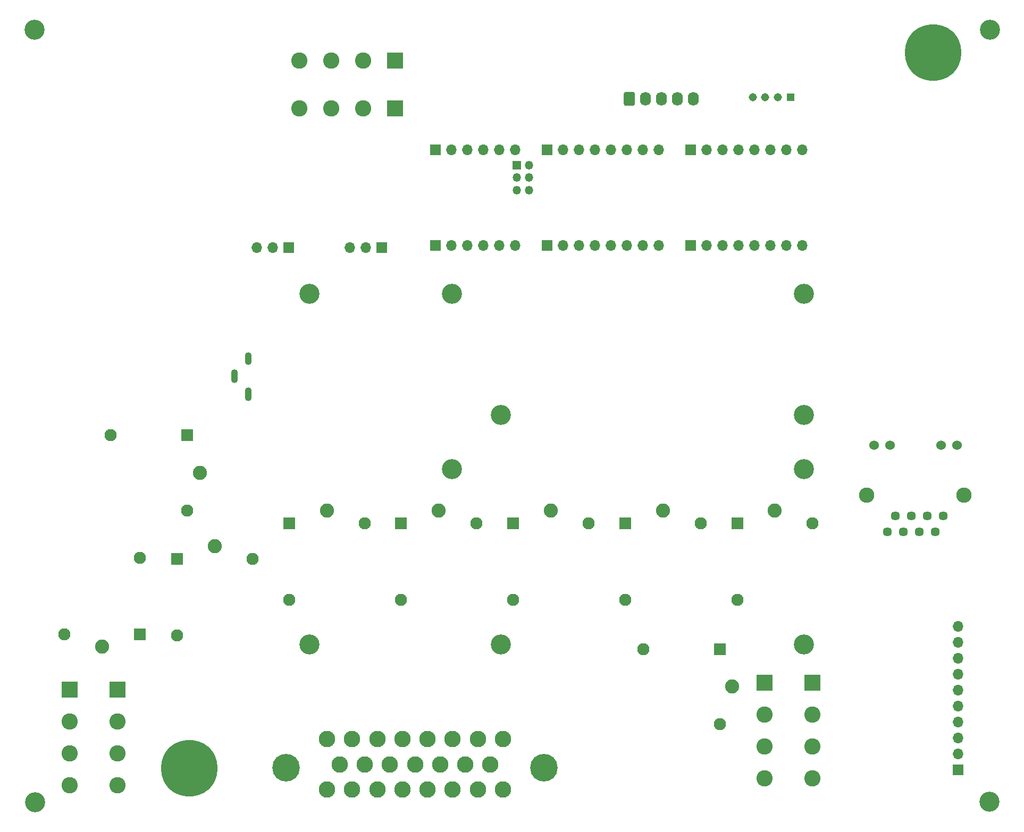
<source format=gbr>
%TF.GenerationSoftware,KiCad,Pcbnew,(5.1.10)-1*%
%TF.CreationDate,2022-12-31T06:25:54-06:00*%
%TF.ProjectId,RC11,52433131-2e6b-4696-9361-645f70636258,rev?*%
%TF.SameCoordinates,Original*%
%TF.FileFunction,Soldermask,Bot*%
%TF.FilePolarity,Negative*%
%FSLAX46Y46*%
G04 Gerber Fmt 4.6, Leading zero omitted, Abs format (unit mm)*
G04 Created by KiCad (PCBNEW (5.1.10)-1) date 2022-12-31 06:25:54*
%MOMM*%
%LPD*%
G01*
G04 APERTURE LIST*
%ADD10C,2.445000*%
%ADD11C,1.530000*%
%ADD12C,1.446000*%
%ADD13C,3.200000*%
%ADD14C,2.600000*%
%ADD15R,2.600000X2.600000*%
%ADD16C,1.950000*%
%ADD17C,2.250000*%
%ADD18R,1.950000X1.950000*%
%ADD19O,1.100000X2.200000*%
%ADD20O,1.100000X2.000000*%
%ADD21O,1.740000X2.190000*%
%ADD22O,1.700000X1.700000*%
%ADD23R,1.700000X1.700000*%
%ADD24C,9.000000*%
%ADD25C,1.308000*%
%ADD26R,1.308000X1.308000*%
%ADD27O,1.350000X1.350000*%
%ADD28R,1.350000X1.350000*%
%ADD29C,4.395000*%
%ADD30C,2.625000*%
G04 APERTURE END LIST*
D10*
%TO.C,J12*%
X155958000Y-107560800D03*
X171448000Y-107560800D03*
D11*
X157078000Y-99610800D03*
X159618000Y-99610800D03*
X167788000Y-99610800D03*
X170328000Y-99610800D03*
D12*
X159258000Y-113400800D03*
X160528000Y-110860800D03*
X161798000Y-113400800D03*
X163068000Y-110860800D03*
X164338000Y-113400800D03*
X165608000Y-110860800D03*
X166878000Y-113400800D03*
X168148000Y-110860800D03*
%TD*%
D13*
%TO.C,REF\u002A\u002A*%
X145887800Y-103485600D03*
X89887800Y-103485600D03*
X89887800Y-75485600D03*
X145887800Y-75485600D03*
X145887800Y-131365600D03*
X67147800Y-131365600D03*
X67147800Y-75485600D03*
X145887800Y-94785600D03*
X97627800Y-94785600D03*
X97627800Y-131365600D03*
%TD*%
D14*
%TO.C,KF3*%
X65557400Y-46000800D03*
X65557400Y-38380800D03*
X70637400Y-46000800D03*
X70637400Y-38380800D03*
X75717400Y-46000800D03*
X75717400Y-38380800D03*
D15*
X80797400Y-46000800D03*
X80797400Y-38380800D03*
%TD*%
D16*
%TO.C,RLY9*%
X40182800Y-117553400D03*
X28182800Y-129753400D03*
D17*
X34182800Y-131753400D03*
D18*
X40182800Y-129753400D03*
%TD*%
D19*
%TO.C,J9*%
X55279400Y-88671400D03*
X57429400Y-91471400D03*
D20*
X57429400Y-85871400D03*
%TD*%
D14*
%TO.C,KF2*%
X147321400Y-152689600D03*
X139701400Y-152689600D03*
X147321400Y-147609600D03*
X139701400Y-147609600D03*
X147321400Y-142529600D03*
X139701400Y-142529600D03*
D15*
X147321400Y-137449600D03*
X139701400Y-137449600D03*
%TD*%
D14*
%TO.C,KF1*%
X36602800Y-153832600D03*
X28982800Y-153832600D03*
X36602800Y-148752600D03*
X28982800Y-148752600D03*
X36602800Y-143672600D03*
X28982800Y-143672600D03*
D15*
X36602800Y-138592600D03*
X28982800Y-138592600D03*
%TD*%
D21*
%TO.C,J13*%
X128295400Y-44439800D03*
X125755400Y-44439800D03*
X123215400Y-44439800D03*
X120675400Y-44439800D03*
G36*
G01*
X117265400Y-45284801D02*
X117265400Y-43594799D01*
G75*
G02*
X117515399Y-43344800I249999J0D01*
G01*
X118755401Y-43344800D01*
G75*
G02*
X119005400Y-43594799I0J-249999D01*
G01*
X119005400Y-45284801D01*
G75*
G02*
X118755401Y-45534800I-249999J0D01*
G01*
X117515399Y-45534800D01*
G75*
G02*
X117265400Y-45284801I0J249999D01*
G01*
G37*
%TD*%
D22*
%TO.C,J19*%
X170510200Y-128534200D03*
X170510200Y-131074200D03*
X170510200Y-133614200D03*
X170510200Y-136154200D03*
X170510200Y-138694200D03*
X170510200Y-141234200D03*
X170510200Y-143774200D03*
X170510200Y-146314200D03*
X170510200Y-148854200D03*
D23*
X170510200Y-151394200D03*
%TD*%
D22*
%TO.C,J18*%
X58801000Y-68158400D03*
X61341000Y-68158400D03*
D23*
X63881000Y-68158400D03*
%TD*%
D22*
%TO.C,J10*%
X73609200Y-68158400D03*
X76149200Y-68158400D03*
D23*
X78689200Y-68158400D03*
%TD*%
D16*
%TO.C,RLY3*%
X63948732Y-124280600D03*
X75948732Y-112080600D03*
D17*
X69948732Y-110080600D03*
D18*
X63948732Y-112080600D03*
%TD*%
D24*
%TO.C,J17*%
X48082200Y-151104600D03*
%TD*%
%TO.C,J14*%
X166471600Y-37033200D03*
%TD*%
D25*
%TO.C,J21*%
X137766800Y-44219800D03*
X139766800Y-44219800D03*
X141766800Y-44219800D03*
D26*
X143766800Y-44219800D03*
%TD*%
D22*
%TO.C,J16*%
X122783600Y-52562800D03*
X120243600Y-52562800D03*
X117703600Y-52562800D03*
X115163600Y-52562800D03*
X112623600Y-52562800D03*
X110083600Y-52562800D03*
X107543600Y-52562800D03*
D23*
X105003600Y-52562800D03*
%TD*%
D22*
%TO.C,J15*%
X99923600Y-52562800D03*
X97383600Y-52562800D03*
X94843600Y-52562800D03*
X92303600Y-52562800D03*
X89763600Y-52562800D03*
D23*
X87223600Y-52562800D03*
%TD*%
D22*
%TO.C,J6*%
X122783600Y-67802800D03*
X120243600Y-67802800D03*
X117703600Y-67802800D03*
X115163600Y-67802800D03*
X112623600Y-67802800D03*
X110083600Y-67802800D03*
X107543600Y-67802800D03*
D23*
X105003600Y-67802800D03*
%TD*%
D22*
%TO.C,J4*%
X99923600Y-67802800D03*
X97383600Y-67802800D03*
X94843600Y-67802800D03*
X92303600Y-67802800D03*
X89763600Y-67802800D03*
D23*
X87223600Y-67802800D03*
%TD*%
D13*
%TO.C, *%
X175539400Y-33469600D03*
%TD*%
%TO.C, *%
X23393400Y-33444200D03*
%TD*%
%TO.C, *%
X23520400Y-156517400D03*
%TD*%
%TO.C, *%
X175514000Y-156466600D03*
%TD*%
D27*
%TO.C,J11*%
X102193600Y-59001200D03*
X100193600Y-59001200D03*
X102193600Y-57001200D03*
X100193600Y-57001200D03*
X102193600Y-55001200D03*
D28*
X100193600Y-55001200D03*
%TD*%
D22*
%TO.C,J7*%
X145643600Y-52562800D03*
X143103600Y-52562800D03*
X140563600Y-52562800D03*
X138023600Y-52562800D03*
X135483600Y-52562800D03*
X132943600Y-52562800D03*
X130403600Y-52562800D03*
D23*
X127863600Y-52562800D03*
%TD*%
D22*
%TO.C,J5*%
X145643600Y-67802800D03*
X143103600Y-67802800D03*
X140563600Y-67802800D03*
X138023600Y-67802800D03*
X135483600Y-67802800D03*
X132943600Y-67802800D03*
X130403600Y-67802800D03*
D23*
X127863600Y-67802800D03*
%TD*%
D16*
%TO.C,RLY7*%
X135305800Y-124280600D03*
X147305800Y-112080600D03*
D17*
X141305800Y-110080600D03*
D18*
X135305800Y-112080600D03*
%TD*%
D16*
%TO.C,RLY6*%
X117466530Y-124280600D03*
X129466530Y-112080600D03*
D17*
X123466530Y-110080600D03*
D18*
X117466530Y-112080600D03*
%TD*%
D16*
%TO.C,RLY5*%
X99627264Y-124280600D03*
X111627264Y-112080600D03*
D17*
X105627264Y-110080600D03*
D18*
X99627264Y-112080600D03*
%TD*%
D16*
%TO.C,RLY4*%
X81787998Y-124280600D03*
X93787998Y-112080600D03*
D17*
X87787998Y-110080600D03*
D18*
X81787998Y-112080600D03*
%TD*%
D16*
%TO.C,RLY2*%
X46109466Y-129953400D03*
X58109466Y-117753400D03*
D17*
X52109466Y-115753400D03*
D18*
X46109466Y-117753400D03*
%TD*%
D16*
%TO.C,RLY1*%
X35526600Y-98018600D03*
X47726600Y-110018600D03*
D17*
X49726600Y-104018600D03*
D18*
X47726600Y-98018600D03*
%TD*%
D16*
%TO.C,RLY8*%
X120337200Y-132115600D03*
X132537200Y-144115600D03*
D17*
X134537200Y-138115600D03*
D18*
X132537200Y-132115600D03*
%TD*%
D29*
%TO.C,J8*%
X104500000Y-151000000D03*
X63500000Y-151000000D03*
D30*
X98000000Y-154500000D03*
X94000000Y-154500000D03*
X90000000Y-154500000D03*
X86000000Y-154500000D03*
X82000000Y-154500000D03*
X78000000Y-154500000D03*
X74000000Y-154500000D03*
X70000000Y-154500000D03*
X96000000Y-150500000D03*
X92000000Y-150500000D03*
X88000000Y-150500000D03*
X84000000Y-150500000D03*
X80000000Y-150500000D03*
X76000000Y-150500000D03*
X72000000Y-150500000D03*
X98000000Y-146500000D03*
X94000000Y-146500000D03*
X90000000Y-146500000D03*
X86000000Y-146500000D03*
X82000000Y-146500000D03*
X78000000Y-146500000D03*
X74000000Y-146500000D03*
X70000000Y-146500000D03*
%TD*%
M02*

</source>
